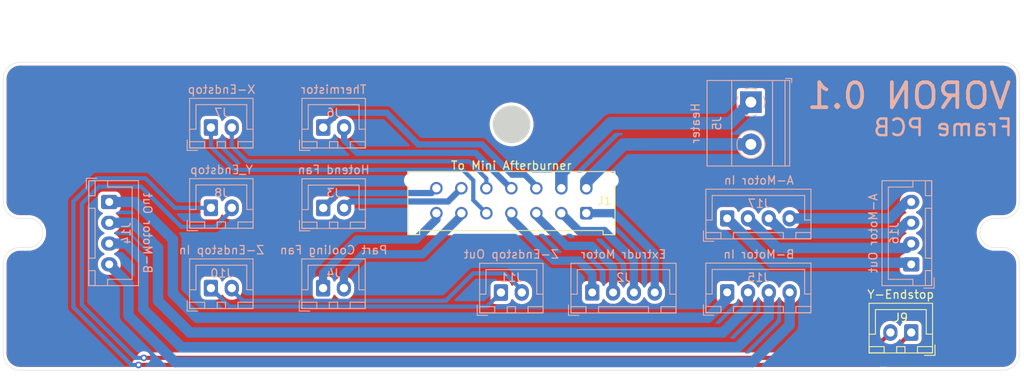
<source format=kicad_pcb>
(kicad_pcb (version 20211014) (generator pcbnew)
  (layers (0 "F.Cu" signal) (31 "B.Cu" signal) (34 "B.Paste" user) (35 "F.Paste" user) (36 "B.SilkS" user "B.Silkscreen") (37 "F.SilkS" user "F.Silkscreen") (38 "B.Mask" user) (39 "F.Mask" user) (44 "Edge.Cuts" user))
  (net 0 "")
  (net 1 "Net-(J1-Pad1)")
  (net 2 "Net-(J1-Pad2)")
  (net 3 "Net-(J1-Pad3)")
  (net 4 "Net-(J1-Pad4)")
  (net 5 "Net-(J1-Pad5)")
  (net 6 "Net-(J1-Pad6)")
  (net 7 "Net-(J1-Pad7)")
  (net 8 "Net-(J1-Pad8)")
  (net 9 "Net-(J1-Pad9)")
  (net 10 "Net-(J1-Pad10)")
  (net 11 "Net-(J1-Pad11)")
  (net 12 "Net-(J1-Pad12)")
  (net 13 "Net-(J1-Pad13)")
  (net 14 "Net-(J1-Pad14)")
  (net 15 "Net-(J8-Pad1)")
  (net 16 "Net-(J8-Pad2)")
  (net 17 "Net-(J10-Pad1)")
  (net 18 "Net-(J10-Pad2)")
  (net 19 "Net-(J14-Pad1)")
  (net 20 "Net-(J14-Pad2)")
  (net 21 "Net-(J14-Pad3)")
  (net 22 "Net-(J14-Pad4)")
  (net 23 "Net-(J16-Pad1)")
  (net 24 "Net-(J16-Pad2)")
  (net 25 "Net-(J16-Pad3)")
  (net 26 "Net-(J16-Pad4)")
  (footprint "Connector_Molex:Molex_Micro-Fit_3.0_43045-1412_2x07_P3.00mm_Vertical" (layer "F.Cu") (at 109 99.629 180)
    (fp_text reference "J1" (at -2.176 1.5) (layer "F.SilkS"))
    (fp_text value "Conn_02x08_Odd_Even")
    (pad "" np_thru_hole circle locked (at 21 3.94 180) (size 1 1) (drill 1) (layers *.Cu *.Mask))
    (pad "" np_thru_hole circle locked (at -3 3.94 180) (size 1 1) (drill 1) (layers *.Cu *.Mask))
    (pad "1" thru_hole roundrect locked (at 0 0 180) (size 1.5 1.5) (drill 1) (layers *.Cu *.Mask) (roundrect_rratio 0.1666666667) (net 1 "Net-(J1-Pad1)"))
    (pad "2" thru_hole circle locked (at 3 0 180) (size 1.5 1.5) (drill 1) (layers *.Cu *.Mask) (net 2 "Net-(J1-Pad2)"))
    (pad "3" thru_hole circle locked (at 6 0 180) (size 1.5 1.5) (drill 1) (layers *.Cu *.Mask) (net 3 "Net-(J1-Pad3)"))
    (pad "4" thru_hole circle locked (at 9 0 180) (size 1.5 1.5) (drill 1) (layers *.Cu *.Mask) (net 4 "Net-(J1-Pad4)"))
    (pad "5" thru_hole circle locked (at 12 0 180) (size 1.5 1.5) (drill 1) (layers *.Cu *.Mask) (net 5 "Net-(J1-Pad5)"))
    (pad "6" thru_hole circle locked (at 15 0 180) (size 1.5 1.5) (drill 1) (layers *.Cu *.Mask) (net 6 "Net-(J1-Pad6)"))
    (pad "7" thru_hole circle locked (at 18 0 180) (size 1.5 1.5) (drill 1) (layers *.Cu *.Mask) (net 7 "Net-(J1-Pad7)"))
    (pad "8" thru_hole circle locked (at 0 3 180) (size 1.5 1.5) (drill 1) (layers *.Cu *.Mask) (net 8 "Net-(J1-Pad8)"))
    (pad "9" thru_hole circle locked (at 3 3 180) (size 1.5 1.5) (drill 1) (layers *.Cu *.Mask) (net 9 "Net-(J1-Pad9)"))
    (pad "10" thru_hole circle locked (at 6 3 180) (size 1.5 1.5) (drill 1) (layers *.Cu *.Mask) (net 10 "Net-(J1-Pad10)"))
    (pad "11" thru_hole circle locked (at 9 3 180) (size 1.5 1.5) (drill 1) (layers *.Cu *.Mask) (net 11 "Net-(J1-Pad11)"))
    (pad "12" thru_hole circle locked (at 12 3 180) (size 1.5 1.5) (drill 1) (layers *.Cu *.Mask) (net 12 "Net-(J1-Pad12)"))
    (pad "13" thru_hole circle locked (at 15 3 180) (size 1.5 1.5) (drill 1) (layers *.Cu *.Mask) (net 13 "Net-(J1-Pad13)"))
    (pad "14" thru_hole circle locked (at 18 3 180) (size 1.5 1.5) (drill 1) (layers *.Cu *.Mask) (net 14 "Net-(J1-Pad14)"))
  )
  (footprint "Connector_JST:JST_XH_B2B-XH-A_1x02_P2.50mm_Vertical" (layer "F.Cu") (at 148.006 113.97 180)
    (fp_text reference "J9" (at 1.25 1.778) (layer "F.SilkS"))
    (fp_text value "Y-Endstop Out")
    (pad "1" thru_hole roundrect locked (at 0 0 180) (size 1.7 2) (drill 1) (layers *.Cu *.Mask) (roundrect_rratio 0.1470588235) (net 15 "Net-(J8-Pad1)"))
    (pad "2" thru_hole oval locked (at 2.5 0 180) (size 1.7 2) (drill 1) (layers *.Cu *.Mask) (net 16 "Net-(J8-Pad2)"))
  )
  (footprint "Connector_JST:JST_XH_B2B-XH-A_1x02_P2.50mm_Vertical" (layer "B.Cu") (at 77.414 99.001)
    (fp_text reference "J3" (at 1.25 -1.795) (layer "B.SilkS") (effects (justify mirror)))
    (fp_text value "Hotend Fan")
    (pad "1" thru_hole roundrect locked (at 0 0) (size 1.7 2) (drill 1) (layers *.Cu *.Mask) (roundrect_rratio 0.1470588235) (net 14 "Net-(J1-Pad14)"))
    (pad "2" thru_hole oval locked (at 2.5 0) (size 1.7 2) (drill 1) (layers *.Cu *.Mask) (net 13 "Net-(J1-Pad13)"))
  )
  (footprint "Connector_JST:JST_XH_B2B-XH-A_1x02_P2.50mm_Vertical" (layer "B.Cu") (at 77.394 108.636)
    (fp_text reference "J4" (at 1.27 -1.778) (layer "B.SilkS") (effects (justify mirror)))
    (fp_text value "Part Cooling Fan")
    (pad "1" thru_hole roundrect locked (at 0 0) (size 1.7 2) (drill 1) (layers *.Cu *.Mask) (roundrect_rratio 0.1470588235) (net 7 "Net-(J1-Pad7)"))
    (pad "2" thru_hole oval locked (at 2.5 0) (size 1.7 2) (drill 1) (layers *.Cu *.Mask) (net 6 "Net-(J1-Pad6)"))
  )
  (footprint "Connector_JST:JST_XH_B2B-XH-A_1x02_P2.50mm_Vertical" (layer "B.Cu") (at 77.414 89.332)
    (fp_text reference "J6" (at 1.25 -1.778) (layer "B.SilkS") (effects (justify mirror)))
    (fp_text value "Thermistor")
    (pad "1" thru_hole roundrect locked (at 0 0) (size 1.7 2) (drill 1) (layers *.Cu *.Mask) (roundrect_rratio 0.1470588235) (net 10 "Net-(J1-Pad10)"))
    (pad "2" thru_hole oval locked (at 2.5 0) (size 1.7 2) (drill 1) (layers *.Cu *.Mask) (net 11 "Net-(J1-Pad11)"))
  )
  (footprint "Connector_JST:JST_XH_B2B-XH-A_1x02_P2.50mm_Vertical" (layer "B.Cu") (at 63.932 89.332)
    (fp_text reference "J7" (at 1.27 -1.778) (layer "B.SilkS") (effects (justify mirror)))
    (fp_text value "X-Endstop")
    (pad "1" thru_hole roundrect locked (at 0 0) (size 1.7 2) (drill 1) (layers *.Cu *.Mask) (roundrect_rratio 0.1470588235) (net 5 "Net-(J1-Pad5)"))
    (pad "2" thru_hole oval locked (at 2.5 0) (size 1.7 2) (drill 1) (layers *.Cu *.Mask) (net 12 "Net-(J1-Pad12)"))
  )
  (footprint "Connector_JST:JST_XH_B4B-XH-A_1x04_P2.50mm_Vertical" (layer "B.Cu") (at 109.712 109.161)
    (fp_text reference "J2" (at 3.75 -1.795) (layer "B.SilkS") (effects (justify mirror)))
    (fp_text value "Motor")
    (pad "1" thru_hole roundrect locked (at 0 0) (size 1.7 1.95) (drill 0.95) (layers *.Cu *.Mask) (roundrect_rratio 0.1470588235) (net 4 "Net-(J1-Pad4)"))
    (pad "2" thru_hole oval locked (at 2.5 0) (size 1.7 1.95) (drill 0.95) (layers *.Cu *.Mask) (net 3 "Net-(J1-Pad3)"))
    (pad "3" thru_hole oval locked (at 5 0) (size 1.7 1.95) (drill 0.95) (layers *.Cu *.Mask) (net 2 "Net-(J1-Pad2)"))
    (pad "4" thru_hole oval locked (at 7.5 0) (size 1.7 1.95) (drill 0.95) (layers *.Cu *.Mask) (net 1 "Net-(J1-Pad1)"))
  )
  (footprint "TerminalBlock_Phoenix:TerminalBlock_Phoenix_MKDS-1,5-2-5.08_1x02_P5.08mm_Horizontal" (layer "B.Cu") (at 128.753 86.279 -90)
    (fp_text reference "J5" (at 2.54 4.064 90) (layer "B.SilkS") (effects (justify mirror)))
    (fp_text value "Heater")
    (pad "1" thru_hole rect locked (at 0 0 270) (size 2.6 2.6) (drill 1.3) (layers *.Cu *.Mask) (net 9 "Net-(J1-Pad9)"))
    (pad "2" thru_hole circle locked (at 5.08 0 270) (size 2.6 2.6) (drill 1.3) (layers *.Cu *.Mask) (net 8 "Net-(J1-Pad8)"))
  )
  (footprint "Connector_JST:JST_XH_B2B-XH-A_1x02_P2.50mm_Vertical" (layer "B.Cu") (at 63.932 108.636)
    (fp_text reference "J10" (at 1.27 -1.778) (layer "B.SilkS") (effects (justify mirror)))
    (fp_text value "Z-Endstop In")
    (pad "1" thru_hole roundrect locked (at 0 0) (size 1.7 2) (drill 1) (layers *.Cu *.Mask) (roundrect_rratio 0.1470588235) (net 17 "Net-(J10-Pad1)"))
    (pad "2" thru_hole oval locked (at 2.5 0) (size 1.7 2) (drill 1) (layers *.Cu *.Mask) (net 18 "Net-(J10-Pad2)"))
  )
  (footprint "Connector_JST:JST_XH_B2B-XH-A_1x02_P2.50mm_Vertical" (layer "B.Cu") (at 63.932 98.984)
    (fp_text reference "J8" (at 1.25 -1.778) (layer "B.SilkS") (effects (justify mirror)))
    (fp_text value "Y-Endstop In")
    (pad "1" thru_hole roundrect locked (at 0 0) (size 1.7 2) (drill 1) (layers *.Cu *.Mask) (roundrect_rratio 0.1470588235) (net 15 "Net-(J8-Pad1)"))
    (pad "2" thru_hole oval locked (at 2.5 0) (size 1.7 2) (drill 1) (layers *.Cu *.Mask) (net 16 "Net-(J8-Pad2)"))
  )
  (footprint "Connector_JST:JST_XH_B4B-XH-A_1x04_P2.50mm_Vertical" (layer "B.Cu") (at 125.908 100.254)
    (fp_text reference "J17" (at 3.81 -1.778) (layer "B.SilkS") (effects (justify mirror)))
    (fp_text value "A-Motor In")
    (pad "1" thru_hole roundrect locked (at 0 0) (size 1.7 1.95) (drill 0.95) (layers *.Cu *.Mask) (roundrect_rratio 0.1470588235) (net 23 "Net-(J16-Pad1)"))
    (pad "2" thru_hole oval locked (at 2.5 0) (size 1.7 1.95) (drill 0.95) (layers *.Cu *.Mask) (net 24 "Net-(J16-Pad2)"))
    (pad "3" thru_hole oval locked (at 5 0) (size 1.7 1.95) (drill 0.95) (layers *.Cu *.Mask) (net 25 "Net-(J16-Pad3)"))
    (pad "4" thru_hole oval locked (at 7.5 0) (size 1.7 1.95) (drill 0.95) (layers *.Cu *.Mask) (net 26 "Net-(J16-Pad4)"))
  )
  (footprint "Connector_JST:JST_XH_B4B-XH-A_1x04_P2.50mm_Vertical" (layer "B.Cu") (at 51.723 98.282 -90)
    (fp_text reference "J14" (at 3.75 -2.049 -90) (layer "B.SilkS") (effects (justify mirror)))
    (fp_text value "B-Motor Out")
    (pad "1" thru_hole roundrect locked (at 0 0 270) (size 1.7 1.95) (drill 0.95) (layers *.Cu *.Mask) (roundrect_rratio 0.1470588235) (net 19 "Net-(J14-Pad1)"))
    (pad "2" thru_hole oval locked (at 2.5 0 270) (size 1.7 1.95) (drill 0.95) (layers *.Cu *.Mask) (net 20 "Net-(J14-Pad2)"))
    (pad "3" thru_hole oval locked (at 5 0 270) (size 1.7 1.95) (drill 0.95) (layers *.Cu *.Mask) (net 21 "Net-(J14-Pad3)"))
    (pad "4" thru_hole oval locked (at 7.5 0 270) (size 1.7 1.95) (drill 0.95) (layers *.Cu *.Mask) (net 22 "Net-(J14-Pad4)"))
  )
  (footprint "Connector_JST:JST_XH_B2B-XH-A_1x02_P2.50mm_Vertical" (layer "B.Cu") (at 98.75 109.161)
    (fp_text reference "J11" (at 1.25 -1.795) (layer "B.SilkS") (effects (justify mirror)))
    (fp_text value "Z-Endstop Out")
    (pad "1" thru_hole roundrect locked (at 0 0) (size 1.7 2) (drill 1) (layers *.Cu *.Mask) (roundrect_rratio 0.1470588235) (net 17 "Net-(J10-Pad1)"))
    (pad "2" thru_hole oval locked (at 2.5 0) (size 1.7 2) (drill 1) (layers *.Cu *.Mask) (net 18 "Net-(J10-Pad2)"))
  )
  (footprint "Connector_JST:JST_XH_B4B-XH-A_1x04_P2.50mm_Vertical" (layer "B.Cu") (at 148.006 105.782 90)
    (fp_text reference "J16" (at 3.75 -2.032 90) (layer "B.SilkS") (effects (justify mirror)))
    (fp_text value "A-Motor Out")
    (pad "1" thru_hole roundrect locked (at 0 0 90) (size 1.7 1.95) (drill 0.95) (layers *.Cu *.Mask) (roundrect_rratio 0.1470588235) (net 23 "Net-(J16-Pad1)"))
    (pad "2" thru_hole oval locked (at 2.5 0 90) (size 1.7 1.95) (drill 0.95) (layers *.Cu *.Mask) (net 24 "Net-(J16-Pad2)"))
    (pad "3" thru_hole oval locked (at 5 0 90) (size 1.7 1.95) (drill 0.95) (layers *.Cu *.Mask) (net 25 "Net-(J16-Pad3)"))
    (pad "4" thru_hole oval locked (at 7.5 0 90) (size 1.7 1.95) (drill 0.95) (layers *.Cu *.Mask) (net 26 "Net-(J16-Pad4)"))
  )
  (footprint "Connector_JST:JST_XH_B4B-XH-A_1x04_P2.50mm_Vertical" (layer "B.Cu") (at 125.908 109.144)
    (fp_text reference "J15" (at 3.75 -1.778) (layer "B.SilkS") (effects (justify mirror)))
    (fp_text value "B-Motor In")
    (pad "1" thru_hole roundrect locked (at 0 0) (size 1.7 1.95) (drill 0.95) (layers *.Cu *.Mask) (roundrect_rratio 0.1470588235) (net 19 "Net-(J14-Pad1)"))
    (pad "2" thru_hole oval locked (at 2.5 0) (size 1.7 1.95) (drill 0.95) (layers *.Cu *.Mask) (net 20 "Net-(J14-Pad2)"))
    (pad "3" thru_hole oval locked (at 5 0) (size 1.7 1.95) (drill 0.95) (layers *.Cu *.Mask) (net 21 "Net-(J14-Pad3)"))
    (pad "4" thru_hole oval locked (at 7.5 0) (size 1.7 1.95) (drill 0.95) (layers *.Cu *.Mask) (net 22 "Net-(J14-Pad4)"))
  )
  (gr_line (start 97.5 81.5) (end 41 81.5) (layer "Edge.Cuts") (width 0.05))
  (gr_line (start 102.5 81.5) (end 159 81.5) (layer "Edge.Cuts") (width 0.05))
  (gr_arc (start 159 103.75) (mid 160.414214 104.335786) (end 161 105.75) (layer "Edge.Cuts") (width 0.05))
  (gr_arc (start 42 100.25) (mid 43.75 102) (end 42 103.75) (layer "Edge.Cuts") (width 0.05))
  (gr_arc (start 158 103.75) (mid 156.25 102) (end 158 100.25) (layer "Edge.Cuts") (width 0.05))
  (gr_line (start 42 100.25) (end 41 100.25) (layer "Edge.Cuts") (width 0.05))
  (gr_line (start 41 103.75) (end 42 103.75) (layer "Edge.Cuts") (width 0.05))
  (gr_arc (start 41 118.5) (mid 39.585786 117.914214) (end 39 116.5) (layer "Edge.Cuts") (width 0.05))
  (gr_line (start 161 98.25) (end 161 83.5) (layer "Edge.Cuts") (width 0.05))
  (gr_arc (start 41 100.250001) (mid 39.585786 99.664214) (end 38.999999 98.25) (layer "Edge.Cuts") (width 0.05))
  (gr_line (start 39 83.5) (end 39 98.25) (layer "Edge.Cuts") (width 0.05))
  (gr_arc (start 39 105.75) (mid 39.585786 104.335786) (end 41 103.75) (layer "Edge.Cuts") (width 0.05))
  (gr_arc (start 39 83.5) (mid 39.585786 82.085786) (end 41 81.5) (layer "Edge.Cuts") (width 0.05))
  (gr_line (start 158 103.75) (end 159 103.75) (layer "Edge.Cuts") (width 0.05))
  (gr_arc (start 161 98.25) (mid 160.414214 99.664214) (end 159 100.25) (layer "Edge.Cuts") (width 0.05))
  (gr_line (start 102.5 81.5) (end 97.5 81.5) (layer "Edge.Cuts") (width 0.05))
  (gr_line (start 161 116.5) (end 161 105.75) (layer "Edge.Cuts") (width 0.05))
  (gr_line (start 39 105.75) (end 39 116.5) (layer "Edge.Cuts") (width 0.05))
  (gr_circle (center 100.0252 88.9508) (end 102.265589 88.9508) (layer "Edge.Cuts") (width 0.05) (fill solid))
  (gr_line (start 159 100.25) (end 158 100.25) (layer "Edge.Cuts") (width 0.05))
  (gr_arc (start 159 81.5) (mid 160.414214 82.085786) (end 161 83.5) (layer "Edge.Cuts") (width 0.05))
  (gr_arc (start 161 116.5) (mid 160.414214 117.914214) (end 159 118.5) (layer "Edge.Cuts") (width 0.05))
  (gr_line (start 156 118.5) (end 159 118.5) (layer "Edge.Cuts") (width 0.05))
  (gr_line (start 41 118.5) (end 156 118.5) (layer "Edge.Cuts") (width 0.05))
  (gr_text "B-Motor Out" (at 56.312 102.032 -90) (layer "B.SilkS") (effects (font (size 1 1)) (justify mirror)))
  (gr_text "Heater" (at 122.098 88.819 90) (layer "B.SilkS") (effects (font (size 1 1)) (justify mirror)))
  (gr_text "Z-Endstop In" (at 65.202 104.064) (layer "B.SilkS") (effects (font (size 1 1)) (justify mirror)))
  (gr_text "A-Motor Out" (at 143.434 102.032 90) (layer "B.SilkS") (effects (font (size 1 1)) (justify mirror)))
  (gr_text "VORON 0.1" (at 147.752 85.522) (layer "B.SilkS") (effects (font (size 3 3) (thickness 0.45)) (justify mirror)))
  (gr_text "Thermistor" (at 78.664 84.76) (layer "B.SilkS") (effects (font (size 1 1)) (justify mirror)))
  (gr_text "Hotend Fan" (at 78.664 94.412) (layer "B.SilkS") (effects (font (size 1 1)) (justify mirror)))
  (gr_text "B-Motor In" (at 129.718 104.572) (layer "B.SilkS") (effects (font (size 1 1)) (justify mirror)))
  (gr_text "Extrudr Motor" (at 113.462 104.572) (layer "B.SilkS") (effects (font (size 1 1)) (justify mirror)))
  (gr_text "Z-Endstop Out" (at 100 104.572) (layer "B.SilkS") (effects (font (size 1 1)) (justify mirror)))
  (gr_text "Y_Endstop" (at 65.202 94.412) (layer "B.SilkS") (effects (font (size 1 1)) (justify mirror)))
  (gr_text "Part Cooling Fan" (at 78.664 104.064) (layer "B.SilkS") (effects (font (size 1 1)) (justify mirror)))
  (gr_text "X-Endstop" (at 65.202 84.76) (layer "B.SilkS") (effects (font (size 1 1)) (justify mirror)))
  (gr_text "A-Motor In" (at 129.718 95.682) (layer "B.SilkS") (effects (font (size 1 1)) (justify mirror)))
  (gr_text "Frame PCB" (at 151.816 89.332) (layer "B.SilkS") (effects (font (size 2 2) (thickness 0.3)) (justify mirror)))
  (gr_text "Y-Endstop" (at 146.736 109.398) (layer "F.SilkS") (effects (font (size 1 1))))
  (gr_text "To Mini Afterburner" (at 100 93.904) (layer "F.SilkS") (effects (font (size 1 1))))
  (segment (start 109 99.629) (end 112.329 99.629) (width 1) (layer "B.Cu") (net 1))
  (segment (start 117.212 104.512) (end 117.212 109.161) (width 1) (layer "B.Cu") (net 1))
  (segment (start 112.329 99.629) (end 117.212 104.512) (width 1) (layer "B.Cu") (net 1))
  (segment (start 111.176 101.778) (end 114.712 105.314) (width 1) (layer "B.Cu") (net 2))
  (segment (start 114.712 105.314) (end 114.712 109.161) (width 1) (layer "B.Cu") (net 2))
  (segment (start 106 99.629) (end 108.149 101.778) (width 1) (layer "B.Cu") (net 2))
  (segment (start 108.149 101.778) (end 111.176 101.778) (width 1) (layer "B.Cu") (net 2))
  (segment (start 103 99.952) (end 106.604 103.556) (width 1) (layer "B.Cu") (net 3))
  (segment (start 112.212 106.116) (end 112.212 109.161) (width 1) (layer "B.Cu") (net 3))
  (segment (start 103 99.629) (end 103 99.952) (width 1) (layer "B.Cu") (net 3))
  (segment (start 106.604 103.556) (end 109.652 103.556) (width 1) (layer "B.Cu") (net 3))
  (segment (start 109.652 103.556) (end 112.212 106.116) (width 1) (layer "B.Cu") (net 3))
  (segment (start 100 100.254) (end 105.08 105.334) (width 1) (layer "B.Cu") (net 4))
  (segment (start 105.08 105.334) (end 108.128 105.334) (width 1) (layer "B.Cu") (net 4))
  (segment (start 100 99.629) (end 100 100.254) (width 1) (layer "B.Cu") (net 4))
  (segment (start 108.128 105.334) (end 109.712 106.918) (width 1) (layer "B.Cu") (net 4))
  (segment (start 109.712 106.918) (end 109.712 109.161) (width 1) (layer "B.Cu") (net 4))
  (segment (start 94.158 94.412) (end 95.428 95.682) (width 0.5) (layer "B.Cu") (net 5))
  (segment (start 63.932 91.618) (end 66.726 94.412) (width 0.5) (layer "B.Cu") (net 5))
  (segment (start 95.428 95.682) (end 95.428 98.057) (width 0.5) (layer "B.Cu") (net 5))
  (segment (start 66.726 94.412) (end 94.158 94.412) (width 0.5) (layer "B.Cu") (net 5))
  (segment (start 95.428 98.057) (end 97 99.629) (width 0.5) (layer "B.Cu") (net 5))
  (segment (start 63.932 89.332) (end 63.932 91.618) (width 0.5) (layer "B.Cu") (net 5))
  (segment (start 89.332 104.572) (end 94 99.904) (width 1) (layer "B.Cu") (net 6))
  (segment (start 79.894 108.636) (end 79.894 106.898) (width 1) (layer "B.Cu") (net 6))
  (segment (start 79.894 106.898) (end 82.22 104.572) (width 1) (layer "B.Cu") (net 6))
  (segment (start 82.22 104.572) (end 89.332 104.572) (width 1) (layer "B.Cu") (net 6))
  (segment (start 94 99.904) (end 94 99.629) (width 1) (layer "B.Cu") (net 6))
  (segment (start 77.394 108.636) (end 77.394 106.858) (width 1) (layer "B.Cu") (net 7))
  (segment (start 81.458 102.794) (end 88.57 102.794) (width 1) (layer "B.Cu") (net 7))
  (segment (start 88.57 102.794) (end 91 100.364) (width 1) (layer "B.Cu") (net 7))
  (segment (start 91 100.364) (end 91 99.629) (width 1) (layer "B.Cu") (net 7))
  (segment (start 77.394 106.858) (end 81.458 102.794) (width 1) (layer "B.Cu") (net 7))
  (segment (start 115.555 91.359) (end 128.753 91.359) (width 1.5) (layer "B.Cu") (net 8))
  (segment (start 109 95.826) (end 113.462 91.364) (width 1.5) (layer "B.Cu") (net 8))
  (segment (start 113.462 91.364) (end 115.55 91.364) (width 1.5) (layer "B.Cu") (net 8))
  (segment (start 109 96.629) (end 109 95.826) (width 1.5) (layer "B.Cu") (net 8))
  (segment (start 115.55 91.364) (end 115.555 91.359) (width 1.5) (layer "B.Cu") (net 8))
  (segment (start 126.208 88.824) (end 128.753 86.279) (width 1.5) (layer "B.Cu") (net 9))
  (segment (start 111.938 88.824) (end 126.208 88.824) (width 1.5) (layer "B.Cu") (net 9))
  (segment (start 106 94.762) (end 111.938 88.824) (width 1.5) (layer "B.Cu") (net 9))
  (segment (start 106 96.629) (end 106 94.762) (width 1.5) (layer "B.Cu") (net 9))
  (segment (start 103 96.629) (end 103 96.396) (width 0.5) (layer "B.Cu") (net 10))
  (segment (start 79.172 87.554) (end 77.414 89.312) (width 0.75) (layer "B.Cu") (net 10))
  (segment (start 77.414 89.332) (end 77.414 89.312) (width 0.5) (layer "B.Cu") (net 10))
  (segment (start 101.6 94.996) (end 100.076 94.996) (width 0.75) (layer "B.Cu") (net 10))
  (segment (start 77.414 89.312) (end 77.414 89.84) (width 0.5) (layer "B.Cu") (net 10))
  (segment (start 103 96.396) (end 101.6 94.996) (width 0.75) (layer "B.Cu") (net 10))
  (segment (start 96.444 91.364) (end 88.824 91.364) (width 0.75) (layer "B.Cu") (net 10))
  (segment (start 88.824 91.364) (end 85.014 87.554) (width 0.75) (layer "B.Cu") (net 10))
  (segment (start 100.076 94.996) (end 96.444 91.364) (width 0.75) (layer "B.Cu") (net 10))
  (segment (start 85.014 87.554) (end 79.172 87.554) (width 0.75) (layer "B.Cu") (net 10))
  (segment (start 99.931 96.629) (end 100 96.629) (width 0.5) (layer "B.Cu") (net 11))
  (segment (start 79.914 89.332) (end 79.914 90.836) (width 0.75) (layer "B.Cu") (net 11))
  (segment (start 95.682 92.38) (end 99.931 96.629) (width 0.75) (layer "B.Cu") (net 11))
  (segment (start 81.458 92.38) (end 95.682 92.38) (width 0.75) (layer "B.Cu") (net 11))
  (segment (start 79.914 90.836) (end 81.458 92.38) (width 0.75) (layer "B.Cu") (net 11))
  (segment (start 97 95.476) (end 97 96.629) (width 0.5) (layer "B.Cu") (net 12))
  (segment (start 66.432 91.578) (end 68.25 93.396) (width 0.5) (layer "B.Cu") (net 12))
  (segment (start 68.25 93.396) (end 94.92 93.396) (width 0.5) (layer "B.Cu") (net 12))
  (segment (start 94.92 93.396) (end 97 95.476) (width 0.5) (layer "B.Cu") (net 12))
  (segment (start 66.432 89.332) (end 66.432 91.578) (width 0.5) (layer "B.Cu") (net 12))
  (segment (start 79.914 99.001) (end 80.693 98.222) (width 0.75) (layer "B.Cu") (net 13))
  (segment (start 80.693 98.222) (end 92.407 98.222) (width 0.75) (layer "B.Cu") (net 13))
  (segment (start 92.407 98.222) (end 94 96.629) (width 0.75) (layer "B.Cu") (net 13))
  (segment (start 90.423 97.206) (end 91 96.629) (width 0.75) (layer "B.Cu") (net 14))
  (segment (start 77.414 99.001) (end 79.209 97.206) (width 0.75) (layer "B.Cu") (net 14))
  (segment (start 79.209 97.206) (end 90.423 97.206) (width 0.75) (layer "B.Cu") (net 14))
  (segment (start 144.108489 117.867511) (end 148.006 113.97) (width 0.5) (layer "F.Cu") (net 15))
  (segment (start 148.006 113.225) (end 147.735 113.225) (width 0.5) (layer "F.Cu") (net 15))
  (segment (start 55.245 117.867511) (end 144.108489 117.867511) (width 0.5) (layer "F.Cu") (net 15))
  (via (at 55.245 117.867511) (size 0.8) (drill 0.4) (layers "F.Cu" "B.Cu") (net 15))
  (segment (start 50.216 95.428) (end 56.058 95.428) (width 0.5) (layer "B.Cu") (net 15))
  (segment (start 54.367511 117.867511) (end 47.422 110.922) (width 0.5) (layer "B.Cu") (net 15))
  (segment (start 55.245 117.867511) (end 54.367511 117.867511) (width 0.5) (layer "B.Cu") (net 15))
  (segment (start 56.058 95.428) (end 59.614 98.984) (width 0.5) (layer "B.Cu") (net 15))
  (segment (start 47.422 98.222) (end 50.216 95.428) (width 0.5) (layer "B.Cu") (net 15))
  (segment (start 63.949 99.509) (end 63.952 99.509) (width 0.5) (layer "B.Cu") (net 15))
  (segment (start 47.422 110.922) (end 47.422 98.222) (width 0.5) (layer "B.Cu") (net 15))
  (segment (start 59.614 98.984) (end 63.932 98.984) (width 0.5) (layer "B.Cu") (net 15))
  (segment (start 55.880011 117.018) (end 142.458 117.018) (width 0.5) (layer "F.Cu") (net 16))
  (segment (start 142.458 117.018) (end 145.506 113.97) (width 0.5) (layer "F.Cu") (net 16))
  (segment (start 55.88 117.018011) (end 55.880011 117.018) (width 0.5) (layer "F.Cu") (net 16))
  (segment (start 145.506 113.422) (end 145.506 113.225) (width 0.5) (layer "F.Cu") (net 16))
  (via (at 55.88 117.018011) (size 0.8) (drill 0.4) (layers "F.Cu" "B.Cu") (net 16))
  (segment (start 60.376 101.27) (end 64.44 101.27) (width 0.5) (layer "B.Cu") (net 16))
  (segment (start 64.44 101.27) (end 66.432 99.278) (width 0.5) (layer "B.Cu") (net 16))
  (segment (start 50.47 96.444) (end 55.55 96.444) (width 0.5) (layer "B.Cu") (net 16))
  (segment (start 54.788011 117.018011) (end 48.438 110.668) (width 0.5) (layer "B.Cu") (net 16))
  (segment (start 48.438 98.476) (end 50.47 96.444) (width 0.5) (layer "B.Cu") (net 16))
  (segment (start 48.438 110.668) (end 48.438 98.476) (width 0.5) (layer "B.Cu") (net 16))
  (segment (start 66.432 99.278) (end 66.432 98.984) (width 0.5) (layer "B.Cu") (net 16))
  (segment (start 55.55 96.444) (end 60.376 101.27) (width 0.5) (layer "B.Cu") (net 16))
  (segment (start 55.88 117.018011) (end 54.788011 117.018011) (width 0.5) (layer "B.Cu") (net 16))
  (segment (start 98.75 109.161) (end 97.05148 110.85952) (width 0.5) (layer "B.Cu") (net 17))
  (segment (start 66.15552 110.85952) (end 63.932 108.636) (width 0.5) (layer "B.Cu") (net 17))
  (segment (start 98.75 109.161) (end 98.733 109.144) (width 0.5) (layer "B.Cu") (net 17))
  (segment (start 97.05148 110.85952) (end 66.15552 110.85952) (width 0.5) (layer "B.Cu") (net 17))
  (segment (start 63.952 109.164) (end 63.952 109.161) (width 0.5) (layer "B.Cu") (net 17))
  (segment (start 92.126 110.16) (end 95.428 106.858) (width 0.5) (layer "B.Cu") (net 18))
  (segment (start 101.25 108.87) (end 101.25 109.161) (width 0.5) (layer "B.Cu") (net 18))
  (segment (start 66.432 108.85) (end 67.742 110.16) (width 0.5) (layer "B.Cu") (net 18))
  (segment (start 99.238 106.858) (end 101.25 108.87) (width 0.5) (layer "B.Cu") (net 18))
  (segment (start 66.432 108.636) (end 66.432 108.85) (width 0.5) (layer "B.Cu") (net 18))
  (segment (start 67.742 110.16) (end 92.126 110.16) (width 0.5) (layer "B.Cu") (net 18))
  (segment (start 95.428 106.858) (end 99.238 106.858) (width 0.5) (layer "B.Cu") (net 18))
  (segment (start 59.36 102.794) (end 59.36 109.271) (width 1.25) (layer "B.Cu") (net 19))
  (segment (start 51.723 98.282) (end 54.848 98.282) (width 1.25) (layer "B.Cu") (net 19))
  (segment (start 123.622 112.192) (end 125.908 109.906) (width 1.25) (layer "B.Cu") (net 19))
  (segment (start 54.848 98.282) (end 59.36 102.794) (width 1.25) (layer "B.Cu") (net 19))
  (segment (start 62.281 112.192) (end 123.622 112.192) (width 1.25) (layer "B.Cu") (net 19))
  (segment (start 59.36 109.271) (end 62.281 112.192) (width 1.25) (layer "B.Cu") (net 19))
  (segment (start 125.908 109.906) (end 125.908 109.144) (width 1.25) (layer "B.Cu") (net 19))
  (segment (start 54.554 100.782) (end 57.582 103.81) (width 1.25) (layer "B.Cu") (net 20))
  (segment (start 51.723 100.782) (end 54.554 100.782) (width 1.25) (layer "B.Cu") (net 20))
  (segment (start 61.392 113.97) (end 125.4 113.97) (width 1.25) (layer "B.Cu") (net 20))
  (segment (start 57.582 103.81) (end 57.582 110.16) (width 1.25) (layer "B.Cu") (net 20))
  (segment (start 128.408 110.962) (end 128.408 109.144) (width 1.25) (layer "B.Cu") (net 20))
  (segment (start 57.582 110.16) (end 61.392 113.97) (width 1.25) (layer "B.Cu") (net 20))
  (segment (start 125.4 113.97) (end 128.408 110.962) (width 1.25) (layer "B.Cu") (net 20))
  (segment (start 130.908 112.018) (end 130.908 109.144) (width 1.25) (layer "B.Cu") (net 21))
  (segment (start 55.804 105.334) (end 55.804 111.176) (width 1.25) (layer "B.Cu") (net 21))
  (segment (start 127.178 115.748) (end 130.908 112.018) (width 1.25) (layer "B.Cu") (net 21))
  (segment (start 55.804 111.176) (end 60.376 115.748) (width 1.25) (layer "B.Cu") (net 21))
  (segment (start 51.723 103.282) (end 53.752 103.282) (width 1.25) (layer "B.Cu") (net 21))
  (segment (start 53.752 103.282) (end 55.804 105.334) (width 1.25) (layer "B.Cu") (net 21))
  (segment (start 60.376 115.748) (end 127.178 115.748) (width 1.25) (layer "B.Cu") (net 21))
  (segment (start 51.723 106.29) (end 51.723 106.415) (width 0.25) (layer "B.Cu") (net 22))
  (segment (start 128.956 117.526) (end 133.408 113.074) (width 1.25) (layer "B.Cu") (net 22))
  (segment (start 54.026 111.938) (end 59.614 117.526) (width 1.25) (layer "B.Cu") (net 22))
  (segment (start 51.723 105.825) (end 54.026 108.128) (width 1.25) (layer "B.Cu") (net 22))
  (segment (start 133.408 113.074) (end 133.408 109.144) (width 1.25) (layer "B.Cu") (net 22))
  (segment (start 59.614 117.526) (end 128.956 117.526) (width 1.25) (layer "B.Cu") (net 22))
  (segment (start 51.723 105.782) (end 51.723 105.825) (width 1.25) (layer "B.Cu") (net 22))
  (segment (start 54.026 108.128) (end 54.026 111.938) (width 1.25) (layer "B.Cu") (net 22))
  (segment (start 131.242 105.588) (end 147.812 105.588) (width 1.25) (layer "B.Cu") (net 23))
  (segment (start 125.908 100.254) (end 131.242 105.588) (width 1.25) (layer "B.Cu") (net 23))
  (segment (start 147.812 105.588) (end 148.006 105.782) (width 0.75) (layer "B.Cu") (net 23))
  (segment (start 147.478 103.81) (end 148.006 103.282) (width 0.75) (layer "B.Cu") (net 24))
  (segment (start 128.408 100.254) (end 131.964 103.81) (width 1.25) (layer "B.Cu") (net 24))
  (segment (start 131.964 103.81) (end 147.478 103.81) (width 1.25) (layer "B.Cu") (net 24))
  (segment (start 146.20648 102.05352) (end 147.478 100.782) (width 1.25) (layer "B.Cu") (net 25))
  (segment (start 147.478 100.782) (end 148.006 100.782) (width 1.25) (layer "B.Cu") (net 25))
  (segment (start 130.908 100.254) (end 132.70752 102.05352) (width 1.25) (layer "B.Cu") (net 25))
  (segment (start 132.70752 102.05352) (end 146.20648 102.05352) (width 1.25) (layer "B.Cu") (net 25))
  (segment (start 147.438 98.282) (end 148.006 98.282) (width 1.25) (layer "B.Cu") (net 26))
  (segment (start 133.408 100.254) (end 145.466 100.254) (width 1.25) (layer "B.Cu") (net 26))
  (segment (start 145.466 100.254) (end 147.438 98.282) (width 1.25) (layer "B.Cu") (net 26))
  (zone (net 0) (net_name "") (layers F&B.Cu) (connect_pads (clearance 0.4)) (min_thickness 0.254) (fill yes (thermal_gap 0.508) (thermal_bridge_width 0.508))
    (polygon (pts (xy 161.544 118.872) (xy 38.608 118.872) (xy 38.608 81.28) (xy 161.544 81.28)))
  )
  (zone (net 0) (net_name "") (layer "F.Cu") (connect_pads (clearance 0)) (min_thickness 0.254)
    (keepout (tracks not_allowed) (vias not_allowed) (pads not_allowed) (copperpour not_allowed) (footprints allowed))
    (fill (thermal_gap 0.508) (thermal_bridge_width 0.508))
    (polygon (pts (xy 112.446 102.286) (xy 87.554 102.286) (xy 87.554 94.666) (xy 112.446 94.666)))
  )
  (zone (net 0) (net_name "") (layer "B.Cu") (connect_pads (clearance 0)) (min_thickness 0.254)
    (keepout (tracks allowed) (vias not_allowed) (pads not_allowed) (copperpour not_allowed) (footprints allowed))
    (fill (thermal_gap 0.508) (thermal_bridge_width 0.508))
    (polygon (pts (xy 112.522 102.108) (xy 87.63 102.108) (xy 87.63 94.742) (xy 112.522 94.742)))
  )
)
</source>
